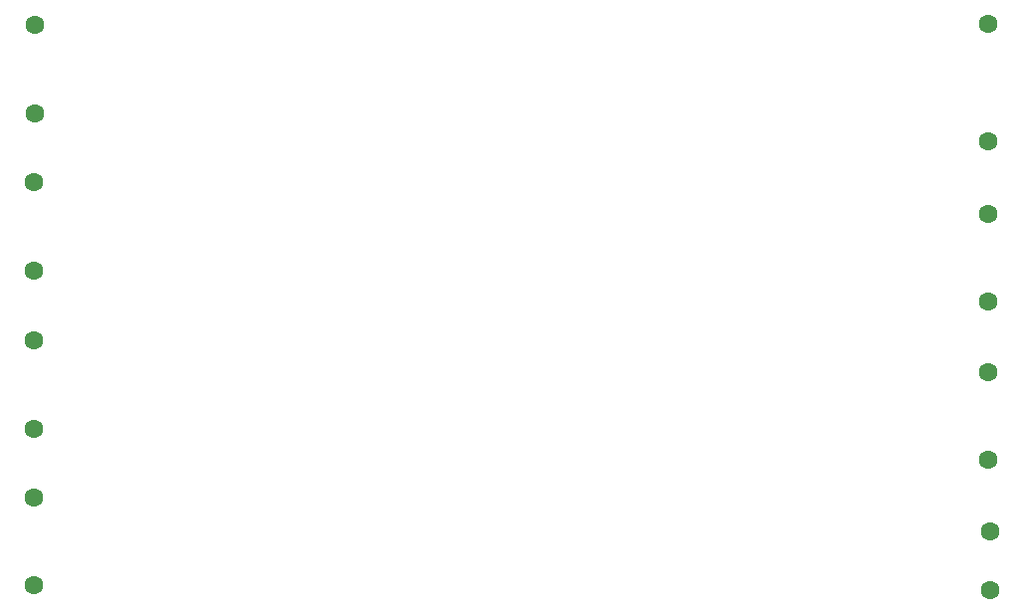
<source format=gbr>
%TF.GenerationSoftware,Altium Limited,Altium Designer,23.2.1 (34)*%
G04 Layer_Color=0*
%FSLAX45Y45*%
%MOMM*%
%TF.SameCoordinates,D2495298-5ADA-4058-9D5E-391355C30085*%
%TF.FilePolarity,Positive*%
%TF.FileFunction,NonPlated,1,2,NPTH,Drill*%
%TF.Part,Single*%
G01*
G75*
%TA.AperFunction,ComponentDrill*%
%ADD44C,1.60000*%
D44*
X11747500Y11115802D02*
D03*
Y12115800D02*
D03*
X3632200Y10019601D02*
D03*
Y10769600D02*
D03*
Y7340600D02*
D03*
Y8090599D02*
D03*
Y9423400D02*
D03*
Y8673401D02*
D03*
X11747500Y9753600D02*
D03*
Y10503598D02*
D03*
X3638100Y12107798D02*
D03*
Y11357800D02*
D03*
X11747500Y8406701D02*
D03*
Y9156700D02*
D03*
X11760200Y7302500D02*
D03*
Y7802499D02*
D03*
%TF.MD5,bb82056ca91214c47ee6b35e639eca36*%
M02*

</source>
